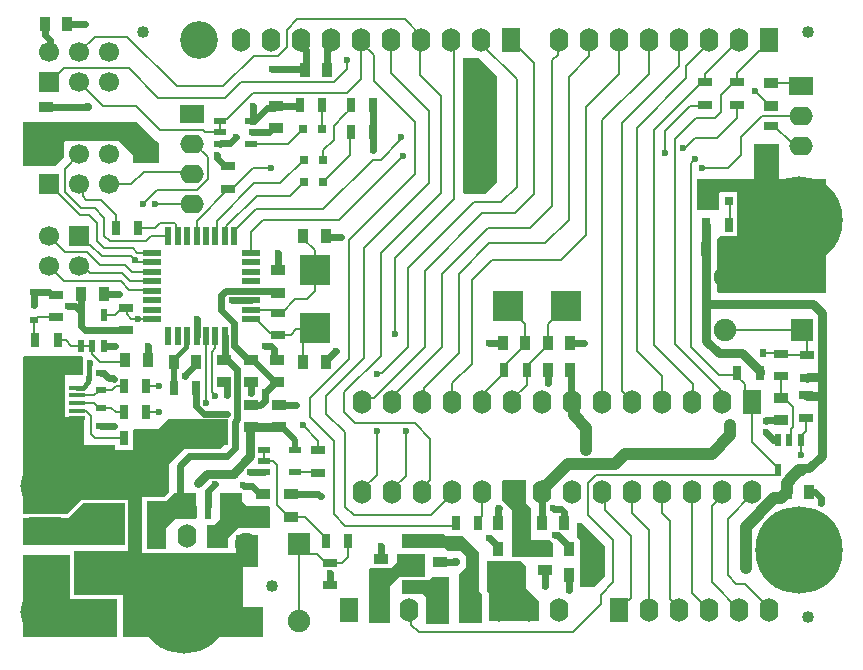
<source format=gtl>
G04*
G04 #@! TF.GenerationSoftware,Altium Limited,Altium Designer,20.1.14 (287)*
G04*
G04 Layer_Physical_Order=1*
G04 Layer_Color=255*
%FSLAX44Y44*%
%MOMM*%
G71*
G04*
G04 #@! TF.SameCoordinates,62FEBE6E-F3EC-4242-810F-CB492347D0CA*
G04*
G04*
G04 #@! TF.FilePolarity,Positive*
G04*
G01*
G75*
%ADD10C,0.2000*%
%ADD11C,0.5000*%
%ADD12C,0.4000*%
%ADD15R,0.6000X2.2000*%
%ADD16R,3.5000X2.2000*%
%ADD17R,2.5000X2.6000*%
%ADD18R,2.6000X2.5000*%
%ADD19R,1.1000X0.6000*%
%ADD20R,0.6000X1.1000*%
%ADD21R,1.6000X3.0000*%
%ADD22R,2.7000X2.0000*%
%ADD23R,0.8000X0.8000*%
%ADD24R,1.3500X0.4000*%
%ADD25R,1.4000X1.6000*%
%ADD26R,1.9000X1.9000*%
%ADD27R,1.5000X0.5500*%
%ADD28R,0.5500X1.5000*%
%ADD29R,0.6858X0.5588*%
%ADD30R,0.5588X0.6858*%
%ADD31R,1.3000X0.7000*%
%ADD32R,0.7000X1.3000*%
%ADD33R,0.9000X0.6000*%
%ADD34R,1.3000X0.9000*%
%ADD35R,0.9000X1.3000*%
%ADD63C,1.9000*%
%ADD64R,1.9000X1.9000*%
%ADD71C,1.0160*%
%ADD72C,0.6000*%
%ADD73C,1.0000*%
%ADD74C,0.8000*%
%ADD75C,3.2000*%
%ADD76C,4.0000*%
%ADD77O,1.6000X2.0000*%
%ADD78R,1.6000X2.0000*%
%ADD79C,7.4000*%
%ADD80C,1.7000*%
%ADD81R,1.7000X1.7000*%
%ADD82R,2.0000X1.6000*%
%ADD83O,2.0000X1.6000*%
G04:AMPARAMS|DCode=84|XSize=2mm|YSize=1.2mm|CornerRadius=0.3mm|HoleSize=0mm|Usage=FLASHONLY|Rotation=0.000|XOffset=0mm|YOffset=0mm|HoleType=Round|Shape=RoundedRectangle|*
%AMROUNDEDRECTD84*
21,1,2.0000,0.6000,0,0,0.0*
21,1,1.4000,1.2000,0,0,0.0*
1,1,0.6000,0.7000,-0.3000*
1,1,0.6000,-0.7000,-0.3000*
1,1,0.6000,-0.7000,0.3000*
1,1,0.6000,0.7000,0.3000*
%
%ADD84ROUNDEDRECTD84*%
%ADD85C,0.6000*%
G36*
X116000Y423000D02*
X118000Y421000D01*
Y405000D01*
X117000Y404000D01*
X96000D01*
Y411000D01*
X84000Y423000D01*
X76802D01*
X76200Y423079D01*
X75598Y423000D01*
X51402D01*
X50800Y423079D01*
X50198Y423000D01*
X39000D01*
X38000Y422000D01*
Y409000D01*
X31000Y402000D01*
X3000D01*
X3000Y439000D01*
X100000Y439000D01*
X116000Y423000D01*
D02*
G37*
G36*
X404000Y478000D02*
X404000Y388000D01*
X394051Y378051D01*
X376898Y378051D01*
X376000Y378949D01*
X376000Y493051D01*
X388949Y493051D01*
X404000Y478000D01*
D02*
G37*
G36*
X643000Y391000D02*
X683000D01*
X683000Y294000D01*
X592000Y294000D01*
X591000Y295000D01*
Y324000D01*
X591000Y340000D01*
X593000Y342000D01*
X608000Y342000D01*
Y365000D01*
Y379000D01*
Y379620D01*
X593000Y379620D01*
X592002Y378622D01*
X592001Y364000D01*
X574000Y364000D01*
Y391000D01*
X622000D01*
Y420000D01*
X643000D01*
Y391000D01*
D02*
G37*
G36*
X53485Y240079D02*
X53493Y225903D01*
X52595Y225004D01*
X39000Y225000D01*
X39000Y219000D01*
X38995D01*
Y209000D01*
Y202500D01*
Y196000D01*
Y189500D01*
X39000D01*
Y189000D01*
X55000Y189000D01*
X55000Y165000D01*
X81000Y165000D01*
Y161000D01*
X96000D01*
Y178000D01*
X97000Y179000D01*
X118000D01*
X126000Y187000D01*
X130000Y187000D01*
X150000D01*
X152336Y184664D01*
X176383D01*
Y168382D01*
X170047Y162047D01*
X143929D01*
X143695Y162000D01*
X140000D01*
X127000Y149000D01*
X127000Y141000D01*
X127000Y125840D01*
X122160Y121000D01*
X119946Y121000D01*
X108880Y121054D01*
X108599Y121000D01*
X104500Y121000D01*
Y121000D01*
X104000D01*
X104000Y74000D01*
X183000Y74000D01*
X183000Y88674D01*
X183326Y89000D01*
X202000Y89000D01*
Y62000D01*
X189000D01*
X189000Y28000D01*
X206000Y28000D01*
X206000Y3000D01*
X88000D01*
Y38000D01*
X83295D01*
X83000Y38059D01*
X46059D01*
Y72000D01*
X46000Y72295D01*
Y75348D01*
X47270Y76000D01*
X92000Y76000D01*
X92000Y80163D01*
X92059Y80459D01*
Y100704D01*
X92118Y101000D01*
X92059Y101295D01*
Y110704D01*
X92118Y111000D01*
X92059Y111295D01*
Y116000D01*
X92000Y116297D01*
X92000Y119000D01*
X89297Y119000D01*
X89000Y119059D01*
X54000Y119059D01*
X54000Y119059D01*
X53704Y119000D01*
X52000Y119000D01*
X40059Y107059D01*
X3000Y107059D01*
Y240185D01*
X3754Y240939D01*
X52586Y240976D01*
X53485Y240079D01*
D02*
G37*
G36*
X149997Y103900D02*
X149100Y103000D01*
X132000D01*
X124190Y95190D01*
Y77572D01*
X107678D01*
Y116863D01*
X108865Y117996D01*
X123922Y117922D01*
X131081Y125081D01*
X149919D01*
X149997Y103900D01*
D02*
G37*
G36*
X89000Y116000D02*
Y80459D01*
X3000D01*
Y104000D01*
X42000Y104000D01*
X54000Y116000D01*
X89000Y116000D01*
D02*
G37*
G36*
X188134Y117866D02*
X192000Y114000D01*
X211377D01*
X212457Y112919D01*
X212457Y95000D01*
X185000Y95000D01*
X177000Y87000D01*
X177000Y78898D01*
X176102Y78000D01*
X159000Y78000D01*
Y98000D01*
X165000D01*
X169973Y102973D01*
X170027Y124946D01*
X188134D01*
Y117866D01*
D02*
G37*
G36*
X429000Y116000D02*
X433512Y111488D01*
Y85000D01*
X449000Y85000D01*
X451530Y82470D01*
Y70530D01*
X417000D01*
X417000Y110000D01*
X409000Y118000D01*
Y135000D01*
X410000Y136000D01*
X429000D01*
Y116000D01*
D02*
G37*
G36*
X343000Y54000D02*
X322000Y54000D01*
X314000Y46000D01*
X314000Y15000D01*
X296000D01*
X296000Y60102D01*
X296898Y61000D01*
X315000Y61000D01*
X320000Y66000D01*
X320000Y73000D01*
X343000D01*
Y54000D01*
D02*
G37*
G36*
X361000Y88000D02*
X376000D01*
X389000Y75000D01*
X389000Y41840D01*
X392000Y38840D01*
X392000Y15000D01*
X372000Y15000D01*
Y56102D01*
X372898Y57000D01*
X373000D01*
X378000Y62000D01*
X378000Y70999D01*
X372999Y76000D01*
X362000D01*
X360000Y78000D01*
X324898Y78000D01*
X324000Y78898D01*
X324000Y90000D01*
X359000D01*
X361000Y88000D01*
D02*
G37*
G36*
X364000Y54000D02*
Y14070D01*
X344896Y14065D01*
X343998Y14963D01*
X343998Y37000D01*
X342000Y39000D01*
X324000Y39002D01*
X324000Y50941D01*
X343000Y50941D01*
X343294Y51000D01*
X347000Y50995D01*
X350000Y54000D01*
X364000Y54000D01*
D02*
G37*
G36*
X496000Y80000D02*
Y54000D01*
X486840Y44840D01*
X475000D01*
Y85000D01*
X472270Y87730D01*
Y97610D01*
X472342Y99577D01*
X476423D01*
X496000Y80000D01*
D02*
G37*
G36*
X429000Y63000D02*
Y44000D01*
X440000Y33000D01*
Y16000D01*
X398000D01*
Y40000D01*
X396000Y42000D01*
Y67000D01*
X425000D01*
X429000Y63000D01*
D02*
G37*
G36*
X43000Y35000D02*
X83000D01*
Y3000D01*
X3000D01*
Y72000D01*
X43000D01*
Y35000D01*
D02*
G37*
D10*
X280000Y429500D02*
X280500Y430000D01*
X280000Y411000D02*
Y429500D01*
X257000Y388000D02*
X280000Y411000D01*
X275081Y444581D02*
X275081D01*
X266250Y424000D02*
Y435750D01*
X275081Y444581D01*
X280500Y450000D02*
Y453000D01*
X275081Y444581D02*
X280500Y450000D01*
X196000Y420500D02*
X227500D01*
X240000Y433000D01*
X578000Y400000D02*
X600000D01*
X611000Y411000D02*
Y426103D01*
X600000Y400000D02*
X611000Y411000D01*
Y426103D02*
X628497Y443600D01*
X564574Y417574D02*
X572000Y425000D01*
X591000D02*
X608000Y442000D01*
X572000Y425000D02*
X591000D01*
X562000Y417000D02*
X562574Y417574D01*
X564574D01*
X608000Y442000D02*
Y453500D01*
X569000Y248000D02*
X592000Y225000D01*
X571594Y406930D02*
Y407594D01*
X569000Y404336D02*
X571594Y406930D01*
X569000Y248000D02*
Y404336D01*
X266000Y107000D02*
X276000Y97000D01*
X367500D01*
X266000Y107000D02*
Y169000D01*
X408000Y371000D02*
X421000Y384000D01*
X391160Y504840D02*
X421000Y475000D01*
Y384000D02*
Y475000D01*
X385000Y371000D02*
X408000D01*
X398000Y336000D02*
X445000D01*
X465000Y356000D02*
Y477000D01*
X445000Y336000D02*
X465000Y356000D01*
X432000Y349000D02*
X451000Y368000D01*
Y491000D02*
X455761Y495761D01*
X451000Y368000D02*
Y491000D01*
X436000Y378000D02*
Y488560D01*
X419500Y361500D02*
X436000Y378000D01*
X416560Y508000D02*
X436000Y488560D01*
X260000Y207000D02*
X292000Y239000D01*
Y332000D02*
X347000Y387000D01*
X292000Y239000D02*
Y332000D01*
X329000Y248000D02*
Y315000D01*
X303000Y225750D02*
X303428Y226178D01*
X307178D01*
X329000Y248000D01*
X343000D02*
Y313000D01*
X290450Y201930D02*
X294049Y205529D01*
X300529D01*
X343000Y248000D01*
X315850Y205850D02*
X358000Y248000D01*
X315850Y201930D02*
Y205850D01*
X358000Y248000D02*
Y310000D01*
X372000Y243000D02*
Y310000D01*
X341250Y201930D02*
X342929Y203609D01*
Y213929D01*
X372000Y243000D01*
X318000Y324000D02*
X368000Y374000D01*
X365760Y508000D02*
X368000Y505760D01*
Y374000D02*
Y505760D01*
X391500Y361500D02*
X419500D01*
X397000Y349000D02*
X432000D01*
X480000Y343250D02*
Y451500D01*
X458750Y322000D02*
X480000Y343250D01*
Y451500D02*
X508000Y479500D01*
X465000Y477000D02*
X482600Y494600D01*
X275000Y210000D02*
X306000Y241000D01*
X275000Y193000D02*
Y210000D01*
X306000Y241000D02*
Y328000D01*
X275000Y193000D02*
X284000Y184000D01*
X334750D01*
X276000Y113000D02*
Y176000D01*
X260000Y192000D02*
Y207000D01*
Y192000D02*
X276000Y176000D01*
X246000Y189000D02*
Y205000D01*
X279250Y238250D02*
Y339250D01*
X246000Y205000D02*
X279250Y238250D01*
X283000Y106000D02*
X348920D01*
X276000Y113000D02*
X283000Y106000D01*
X246000Y189000D02*
X266000Y169000D01*
X391160Y504840D02*
Y508000D01*
X329000Y315000D02*
X385000Y371000D01*
X253000Y161000D02*
Y169000D01*
X240000Y182000D02*
X253000Y169000D01*
X347000Y387000D02*
Y448000D01*
X335000Y395000D02*
Y439000D01*
X279250Y339250D02*
X335000Y395000D01*
X343000Y313000D02*
X391500Y361500D01*
X358000Y310000D02*
X397000Y349000D01*
X366650Y217650D02*
X383000Y234000D01*
Y305000D02*
X400000Y322000D01*
X383000Y234000D02*
Y305000D01*
X372000Y310000D02*
X398000Y336000D01*
X366650Y201930D02*
Y217650D01*
X318000Y259000D02*
Y324000D01*
X357000Y379000D02*
Y461000D01*
X306000Y328000D02*
X357000Y379000D01*
X400000Y322000D02*
X458750D01*
X482600Y494600D02*
Y508000D01*
X455761Y506561D02*
X457200Y508000D01*
X455761Y495761D02*
Y506561D01*
X339500Y478500D02*
X357000Y461000D01*
X339500Y478500D02*
Y507140D01*
X314960Y480040D02*
Y508000D01*
Y480040D02*
X347000Y448000D01*
X334750Y184000D02*
X348000Y170750D01*
X341250Y125730D02*
Y129237D01*
X348000Y135987D02*
Y170750D01*
X341250Y129237D02*
X348000Y135987D01*
X367500Y97000D02*
X369500Y99000D01*
X348920Y106000D02*
X366650Y123730D01*
X289560Y475310D02*
Y506000D01*
Y508000D01*
X206000Y356000D02*
X271000D01*
X318007Y403007D02*
Y403007D01*
X271000Y356000D02*
X318007Y403007D01*
Y403007D02*
X325000Y410000D01*
X306000Y407000D02*
X322426Y423426D01*
Y425426D02*
X323000Y426000D01*
X322426Y423426D02*
Y425426D01*
X299000Y407000D02*
X306000D01*
X300000Y474000D02*
X335000Y439000D01*
X300000Y474000D02*
Y495560D01*
X289560Y506000D02*
X300000Y495560D01*
X614400Y48000D02*
X635000Y27400D01*
X600000Y55000D02*
X607000Y48000D01*
X614400D01*
X600000Y55000D02*
Y103080D01*
X629692Y243000D02*
X643500D01*
X645000Y241500D02*
X650000D01*
X643500Y243000D02*
X645000Y241500D01*
X629192Y243500D02*
X629692Y243000D01*
X537000Y250000D02*
X569963Y217037D01*
Y202043D02*
Y217037D01*
X537000Y250000D02*
Y432137D01*
X597500Y262500D02*
X662250D01*
X650000Y241500D02*
X667000D01*
Y257750D01*
X662250Y262500D02*
X667000Y257750D01*
X642500Y141500D02*
Y146500D01*
X620650Y167613D02*
Y201930D01*
X641000Y148000D02*
X642500Y146500D01*
X620650Y167613D02*
X640263Y148000D01*
X641000D01*
Y140000D02*
X642500Y141500D01*
X488000Y140000D02*
X641000D01*
X661780Y157280D02*
Y172780D01*
X666000Y177000D01*
Y188500D01*
X661780Y157280D02*
X662061Y157000D01*
X652000Y170000D02*
X653500Y171500D01*
Y179050D01*
X655000Y180550D01*
Y197500D01*
X647000Y205500D02*
X655000Y197500D01*
X645000Y205500D02*
X647000D01*
X645000D02*
Y223500D01*
X592000Y225000D02*
X606000D01*
X555500Y250500D02*
Y424500D01*
X592821Y204359D02*
X595250Y201930D01*
X592821Y204359D02*
Y213179D01*
X555500Y250500D02*
X592821Y213179D01*
X569850Y201930D02*
X569963Y202043D01*
X600000Y103080D02*
X620650Y123730D01*
X586000Y49000D02*
X609600Y25400D01*
X586000Y113788D02*
X595250Y123038D01*
X586000Y49000D02*
Y113788D01*
X595250Y123038D02*
Y125730D01*
X569850Y39750D02*
X584200Y25400D01*
X569850Y39750D02*
Y125730D01*
X544450Y107550D02*
X551000Y101000D01*
Y34792D02*
Y101000D01*
X558800Y25400D02*
Y26992D01*
X551000Y34792D02*
X558800Y26992D01*
X544450Y107550D02*
Y125730D01*
X481500Y133500D02*
X488000Y140000D01*
X469000Y7000D02*
X492760Y30760D01*
Y38760D02*
X503000Y49000D01*
X492760Y30760D02*
Y38760D01*
X496000Y110000D02*
X518000Y88000D01*
X508000Y25400D02*
Y27400D01*
X514500Y33900D01*
X516243D01*
X518000Y35657D01*
Y88000D01*
X533400Y25400D02*
Y93600D01*
X519050Y107950D02*
Y125730D01*
Y107950D02*
X533400Y93600D01*
X503000Y49000D02*
Y85000D01*
X481500Y106500D02*
Y133500D01*
Y106500D02*
X503000Y85000D01*
X496000Y110000D02*
Y123380D01*
X338000Y7000D02*
X469000D01*
X330200Y25400D02*
X331739Y23861D01*
Y13261D02*
Y23861D01*
Y13261D02*
X338000Y7000D01*
X65750Y338250D02*
Y353500D01*
X72000Y332000D02*
X96000D01*
X65750Y338250D02*
X72000Y332000D01*
X57800Y335000D02*
X60000D01*
X69679Y325321D02*
X94729D01*
X60000Y335000D02*
X69679Y325321D01*
X89071Y318000D02*
X95321Y311750D01*
X57400Y328600D02*
X68000Y318000D01*
X89071D01*
X38800Y328600D02*
X57400D01*
X87000Y311000D02*
X94000Y304000D01*
X59557Y311000D02*
X87000D01*
X50800Y316600D02*
X53957D01*
X59557Y311000D01*
X94000Y304000D02*
X112000D01*
X95321Y311750D02*
X111750D01*
X96000Y332000D02*
X100000Y328000D01*
X107500Y338000D02*
X111500Y342000D01*
X71750Y342750D02*
X76500Y338000D01*
X107500D01*
X196000Y328000D02*
Y346000D01*
X206000Y356000D01*
X182000Y342000D02*
Y346750D01*
X200250Y365000D02*
X257000D01*
X182000Y346750D02*
X200250Y365000D01*
X257000D02*
X299000Y407000D01*
X175250Y350450D02*
X200800Y376000D01*
X229000D02*
X241000Y388000D01*
X200800Y376000D02*
X229000D01*
X221000Y387000D02*
X241000Y407000D01*
X167250Y355250D02*
X199000Y387000D01*
X221000D01*
X98730Y452270D02*
X118900Y432100D01*
X155050D01*
X70970Y452270D02*
X98730D01*
X50800Y472440D02*
X70970Y452270D01*
X198000Y463000D02*
X277250D01*
X170000Y439500D02*
X171500Y441000D01*
X176000D01*
X198000Y463000D01*
X92560Y484440D02*
X117780Y459220D01*
X174149D02*
X187929Y473000D01*
X117780Y459220D02*
X174149D01*
X37400Y484440D02*
X92560D01*
X91000Y511250D02*
X133250Y469000D01*
X172750D02*
X198250Y494500D01*
X133250Y469000D02*
X172750D01*
X187929Y473000D02*
X266450D01*
X277000Y483550D01*
X170000Y430000D02*
Y438750D01*
X277250Y463000D02*
X289560Y475310D01*
X163000Y244250D02*
X166000Y247250D01*
X165500Y207250D02*
Y208007D01*
X163000Y210507D02*
X165500Y208007D01*
X163000Y210507D02*
Y244250D01*
X547000Y413000D02*
Y431000D01*
X623000Y465000D02*
X635750Y452250D01*
X555500Y424500D02*
X573025Y442025D01*
X589000D01*
X547000Y431000D02*
X568193Y452193D01*
X537000Y432137D02*
X575250Y470387D01*
Y470500D01*
X577250Y472500D01*
X197500Y400000D02*
X213000D01*
X180000Y382500D02*
X197500Y400000D01*
X167250Y343250D02*
Y355250D01*
X523000Y245000D02*
Y434000D01*
X564750Y475750D01*
X523000Y245000D02*
X544450Y223550D01*
X510000Y210980D02*
X519050Y201930D01*
X510000Y438000D02*
X558250Y486250D01*
X510000Y210980D02*
Y438000D01*
X594000Y446908D02*
Y461500D01*
X589000Y442025D02*
X593883Y446908D01*
X594000D01*
Y461500D02*
X605000Y472500D01*
X608000D01*
X628497Y443600D02*
X662000D01*
X568193Y452193D02*
X578943D01*
X577250Y472500D02*
X580250D01*
X564750Y475750D02*
Y486550D01*
X558250Y486250D02*
Y507450D01*
X578943Y452193D02*
X580250Y453500D01*
X544450Y201930D02*
Y223550D01*
X157150Y430000D02*
X170000D01*
X155050Y432100D02*
X157150Y430000D01*
X175250Y343250D02*
Y350450D01*
X166000Y342000D02*
X167250Y343250D01*
X174000Y342000D02*
X175250Y343250D01*
X177000Y381750D02*
Y382500D01*
X180000D01*
X277000Y483550D02*
Y491250D01*
X218000Y114500D02*
Y148500D01*
Y114500D02*
X228000Y104500D01*
X214750Y151750D02*
X218000Y148500D01*
X64250Y171000D02*
X88500D01*
X60250Y175000D02*
X64250Y171000D01*
X60250Y175000D02*
Y190195D01*
X48745Y194500D02*
X49245Y194000D01*
X56445D01*
X60250Y190195D01*
X88500Y171000D02*
Y174000D01*
X159500Y390437D02*
Y409100D01*
X148000Y420600D02*
X159500Y409100D01*
X150363Y381300D02*
X159500Y390437D01*
X620650Y123730D02*
Y125730D01*
X94729Y325321D02*
X97992Y322058D01*
X116800Y381300D02*
X150363D01*
X104750Y369250D02*
X116800Y381300D01*
X146000Y420600D02*
X148000D01*
X144700Y396500D02*
X146000Y395200D01*
X76200Y386080D02*
X94830D01*
X105250Y396500D02*
X144700D01*
X94830Y386080D02*
X105250Y396500D01*
X131250Y353750D02*
X132750Y352250D01*
X150000Y354750D02*
X177000Y381750D01*
X114800Y369800D02*
X146000D01*
X150000Y342000D02*
Y354750D01*
X132750Y343250D02*
Y352250D01*
X119250Y353750D02*
X131250D01*
X114750Y369750D02*
X114800Y369800D01*
X86250Y280750D02*
X90750D01*
X71250Y275500D02*
X81000D01*
X86250Y280750D01*
X100160Y272000D02*
X112000D01*
X94750D02*
X100160D01*
X48745Y194500D02*
X48745Y194500D01*
X233000Y142500D02*
X233250Y142250D01*
X252750D01*
X253000Y142000D01*
X207000Y152000D02*
Y161500D01*
Y152000D02*
X207250Y151750D01*
X214750D01*
X228000Y104500D02*
X230000D01*
X242000D02*
X259500Y87000D01*
X230000Y104500D02*
X242000D01*
X259500Y84000D02*
Y87000D01*
X278500Y70750D02*
Y84000D01*
X273250Y65500D02*
X278500Y70750D01*
X263000Y65500D02*
X273250D01*
X278500Y84000D02*
X279500Y83000D01*
X260000Y65500D02*
X263000D01*
X236500Y81500D02*
X244500Y73500D01*
X252000D01*
X260000Y65500D01*
X236500Y16500D02*
Y81500D01*
X392050Y105550D02*
Y125730D01*
X388500Y102000D02*
X392050Y105550D01*
X388500Y99000D02*
Y102000D01*
X158000Y201250D02*
Y258000D01*
X107500Y193000D02*
X118500D01*
X107500Y215000D02*
X118250D01*
X67500Y196750D02*
X68750Y195500D01*
X69000D01*
X81490Y193000D02*
X88500D01*
X69000Y196750D02*
X77740D01*
X81490Y193000D01*
X87250Y215000D02*
X88500Y213750D01*
X66250Y210500D02*
X69000D01*
X81490Y215000D02*
X87250D01*
X69000Y211750D02*
X78240D01*
X81490Y215000D01*
X88500Y193000D02*
Y194750D01*
X86500Y196750D02*
X88500Y194750D01*
X166000Y247250D02*
Y258000D01*
X48745Y201000D02*
X63250D01*
X67500Y196750D01*
X69000D01*
X48745Y207500D02*
X63250D01*
X66250Y210500D01*
X32500Y254000D02*
X39510D01*
X44010Y249500D02*
X52250D01*
X39510Y254000D02*
X44010Y249500D01*
X52250D02*
X61750D01*
Y242750D02*
Y249500D01*
X68500Y236000D02*
X89500D01*
X61750Y242750D02*
X68500Y236000D01*
X12000Y270808D02*
X12750Y270058D01*
Y254750D02*
Y270058D01*
Y254750D02*
X13500Y254000D01*
X15327Y273500D02*
X31000D01*
X12635Y270808D02*
X15327Y273500D01*
X12000Y270808D02*
X12635D01*
X90750Y276000D02*
Y280750D01*
Y276000D02*
X94750Y272000D01*
X234500Y263250D02*
X244250D01*
X240500Y236000D02*
Y259500D01*
X244250Y263250D01*
X219000Y258500D02*
X229750D01*
X234500Y263250D01*
X196000Y272000D02*
X200750D01*
X212250Y260500D01*
X217000D01*
X219000Y258500D01*
X250000Y313500D02*
Y330500D01*
X240500Y340000D02*
X250000Y330500D01*
X240500Y340000D02*
Y342000D01*
X250000Y295500D02*
Y313500D01*
X243750Y289250D02*
X250000Y295500D01*
X233750Y289250D02*
X243750D01*
X219000Y277500D02*
X222000D01*
X233750Y289250D01*
X196000Y280000D02*
X213500D01*
X216000Y277500D01*
X219000D01*
X257000Y407000D02*
Y414750D01*
X266250Y424000D01*
X256250Y452750D02*
X256500Y453000D01*
X256250Y433250D02*
Y452750D01*
X256000Y433000D02*
X256250Y433250D01*
X111450Y296550D02*
X112000Y296000D01*
X93000Y296550D02*
X111450D01*
X85650Y303900D02*
X93000Y296550D01*
X111750Y311750D02*
X112000Y312000D01*
X38100Y303900D02*
X85650D01*
X25400Y316600D02*
X38100Y303900D01*
X99750Y320300D02*
X111700D01*
X100000Y328000D02*
X112000D01*
X71750Y342750D02*
Y358000D01*
X111700Y320300D02*
X112000Y320000D01*
X25400Y342000D02*
X38800Y328600D01*
X50800Y342000D02*
X57800Y335000D01*
X59250Y360000D02*
X65750Y353500D01*
X38800Y379751D02*
Y399480D01*
X52551Y366000D02*
X63750D01*
X38800Y379751D02*
X52551Y366000D01*
X25400Y386080D02*
X51480Y360000D01*
X59250D01*
X63750Y366000D02*
X71750Y358000D01*
X53479Y376021D02*
Y383401D01*
X56500Y373000D02*
X68750D01*
X81500Y349000D02*
Y360250D01*
X50800Y386080D02*
X53479Y383401D01*
Y376021D02*
X56500Y373000D01*
X68750D02*
X81500Y360250D01*
X132750Y343250D02*
X134000Y342000D01*
X100500Y349000D02*
X114500D01*
X119250Y353750D01*
X111500Y342000D02*
X126000D01*
X38800Y399480D02*
X50800Y411480D01*
X339500Y507140D02*
X340360Y508000D01*
Y511640D01*
X326250Y525750D02*
X340360Y511640D01*
X198250Y494500D02*
X219000D01*
X226500Y517000D02*
X235250Y525750D01*
X326250D01*
X226500Y502000D02*
Y517000D01*
X219000Y494500D02*
X226500Y502000D01*
X64210Y511250D02*
X91000D01*
X25400Y472440D02*
X37400Y484440D01*
X50800Y497840D02*
X64210Y511250D01*
X429500Y215980D02*
Y229000D01*
X417450Y203930D02*
X429500Y215980D01*
X417450Y201930D02*
Y203930D01*
X447500Y250000D02*
Y252000D01*
X429500Y232000D02*
X447500Y250000D01*
X429500Y229000D02*
Y232000D01*
X462500Y282500D02*
Y283000D01*
X447500Y267500D02*
X462500Y282500D01*
X447500Y252000D02*
Y267500D01*
X410500Y226000D02*
Y229000D01*
X394537Y210037D02*
X410500Y226000D01*
X394537Y204417D02*
Y210037D01*
X392050Y201930D02*
X394537Y204417D01*
X428500Y250000D02*
Y252000D01*
X410500Y232000D02*
X428500Y250000D01*
X410500Y229000D02*
Y232000D01*
X413500Y282500D02*
Y283000D01*
Y282500D02*
X428500Y267500D01*
Y252000D02*
Y267500D01*
X650000Y241500D02*
X650000Y241500D01*
X601000Y372000D02*
X601250Y371750D01*
Y352250D02*
Y371750D01*
Y352250D02*
X601500Y352000D01*
X636000Y435500D02*
X639000D01*
X653813Y420687D01*
X659513D01*
X662000Y418200D01*
X636000Y471500D02*
X659500D01*
X662000Y469000D01*
X614150Y208430D02*
X620650Y201930D01*
X614150Y208430D02*
Y216850D01*
X606000Y225000D02*
X614150Y216850D01*
X635750Y452250D02*
X636000Y452500D01*
X315850Y125730D02*
Y127730D01*
X327500Y139380D01*
Y177000D01*
X290450Y125730D02*
Y127730D01*
X302750Y140030D01*
Y177250D01*
X366650Y123730D02*
Y125730D01*
X635000Y25400D02*
Y27400D01*
X493650Y125730D02*
X496000Y123380D01*
X508000Y479500D02*
Y508000D01*
X608000Y472500D02*
Y480500D01*
X627000Y499500D01*
X628500D01*
X635000Y506000D01*
Y508000D01*
X609250D02*
X609600D01*
X580250Y472500D02*
X580363Y472613D01*
Y479113D01*
X609250Y508000D01*
X564750Y486550D02*
X584200Y506000D01*
Y508000D01*
X558250Y507450D02*
X558800Y508000D01*
X493650Y440150D02*
X533400Y479900D01*
Y508000D01*
X493650Y201930D02*
Y440150D01*
D11*
X130500Y214000D02*
Y236000D01*
X220000Y180500D02*
X222000D01*
X233000Y161500D02*
Y169500D01*
X222000Y180500D02*
X233000Y169500D01*
D12*
X58621Y221133D02*
Y232830D01*
X59500Y234250D02*
X59617Y234133D01*
X58621Y232830D02*
X59617Y233826D01*
Y234133D01*
X48745Y214000D02*
X53495D01*
X58239Y218743D01*
X130500Y236000D02*
X130500Y236000D01*
X141250Y257250D02*
X142000Y258000D01*
X141250Y248750D02*
Y257250D01*
X130500Y238000D02*
X141250Y248750D01*
X130500Y236000D02*
Y238000D01*
D15*
X134600Y114000D02*
D03*
X147300D02*
D03*
X160000D02*
D03*
X172700D02*
D03*
X185400D02*
D03*
D16*
X160000Y176000D02*
D03*
D17*
X462500Y283000D02*
D03*
X413500D02*
D03*
D18*
X250000Y264500D02*
D03*
Y313500D02*
D03*
D19*
X170000Y439500D02*
D03*
Y430000D02*
D03*
Y420500D02*
D03*
X196000Y439500D02*
D03*
Y420500D02*
D03*
X207000Y161500D02*
D03*
Y152000D02*
D03*
Y142500D02*
D03*
X233000Y161500D02*
D03*
Y142500D02*
D03*
D20*
X52250Y249500D02*
D03*
X61750D02*
D03*
X71250D02*
D03*
X52250Y275500D02*
D03*
X71250D02*
D03*
X661500Y170000D02*
D03*
X652000D02*
D03*
X642500D02*
D03*
X661500Y144000D02*
D03*
X642500D02*
D03*
D21*
X72000Y136500D02*
D03*
Y95500D02*
D03*
Y61000D02*
D03*
Y20000D02*
D03*
D22*
X22000Y94000D02*
D03*
Y62000D02*
D03*
D23*
X601000Y372000D02*
D03*
X585000D02*
D03*
X256000Y433000D02*
D03*
X240000D02*
D03*
X257000Y407000D02*
D03*
X241000D02*
D03*
X257000Y388000D02*
D03*
X241000D02*
D03*
D24*
X48745Y188000D02*
D03*
Y207500D02*
D03*
Y201000D02*
D03*
Y194500D02*
D03*
Y214000D02*
D03*
D25*
X46495Y169000D02*
D03*
Y233000D02*
D03*
D26*
X21995Y189000D02*
D03*
Y213000D02*
D03*
X236500Y81500D02*
D03*
D27*
X196000Y272000D02*
D03*
Y280000D02*
D03*
Y288000D02*
D03*
Y296000D02*
D03*
Y304000D02*
D03*
Y312000D02*
D03*
Y320000D02*
D03*
Y328000D02*
D03*
X112000D02*
D03*
Y320000D02*
D03*
Y312000D02*
D03*
Y304000D02*
D03*
Y296000D02*
D03*
Y288000D02*
D03*
Y280000D02*
D03*
Y272000D02*
D03*
D28*
X182000Y342000D02*
D03*
X174000D02*
D03*
X166000D02*
D03*
X158000D02*
D03*
X150000D02*
D03*
X142000D02*
D03*
X134000D02*
D03*
X126000D02*
D03*
Y258000D02*
D03*
X134000D02*
D03*
X142000D02*
D03*
X150000D02*
D03*
X158000D02*
D03*
X166000D02*
D03*
X174000D02*
D03*
X182000D02*
D03*
D29*
X12000Y295192D02*
D03*
Y270808D02*
D03*
D30*
X604808Y243500D02*
D03*
X629192D02*
D03*
D31*
X177000Y382500D02*
D03*
Y401500D02*
D03*
X90000Y281500D02*
D03*
Y262500D02*
D03*
X219000Y258500D02*
D03*
Y277500D02*
D03*
X608000Y453500D02*
D03*
Y472500D02*
D03*
X580250Y453500D02*
D03*
Y472500D02*
D03*
X636000Y416500D02*
D03*
Y435500D02*
D03*
X666000Y188500D02*
D03*
Y207500D02*
D03*
X31000Y273500D02*
D03*
Y292500D02*
D03*
X667000Y241500D02*
D03*
Y222500D02*
D03*
X263000Y65500D02*
D03*
Y46500D02*
D03*
X253000Y142000D02*
D03*
Y161000D02*
D03*
X645000Y242500D02*
D03*
Y223500D02*
D03*
X331000Y84500D02*
D03*
Y65500D02*
D03*
Y65500D02*
D03*
Y46500D02*
D03*
D32*
X280500Y453000D02*
D03*
X299500D02*
D03*
X280500Y430000D02*
D03*
X299500D02*
D03*
X100500Y349000D02*
D03*
X81500D02*
D03*
X88500Y215000D02*
D03*
X107500D02*
D03*
X88500Y193000D02*
D03*
X107500D02*
D03*
X88500Y171000D02*
D03*
X107500D02*
D03*
X388500Y99000D02*
D03*
X369500D02*
D03*
X607750Y226250D02*
D03*
X626750D02*
D03*
X256500Y453000D02*
D03*
X237500D02*
D03*
X429500Y229000D02*
D03*
X410500D02*
D03*
X600500Y352000D02*
D03*
X581500D02*
D03*
X13500Y254000D02*
D03*
X32500D02*
D03*
X278500Y84000D02*
D03*
X259500D02*
D03*
X130500Y214000D02*
D03*
X149500D02*
D03*
D33*
X69000Y211750D02*
D03*
Y226750D02*
D03*
Y196750D02*
D03*
Y181750D02*
D03*
D34*
X218000Y237500D02*
D03*
Y218500D02*
D03*
X196000Y218500D02*
D03*
Y237500D02*
D03*
X219000Y313500D02*
D03*
Y294500D02*
D03*
X173000Y218500D02*
D03*
Y237500D02*
D03*
X22750Y451750D02*
D03*
Y432750D02*
D03*
X636000Y452500D02*
D03*
Y471500D02*
D03*
X114000Y132500D02*
D03*
Y113500D02*
D03*
X206000Y123500D02*
D03*
Y104500D02*
D03*
X306000Y69000D02*
D03*
Y50000D02*
D03*
X356000Y66500D02*
D03*
Y47500D02*
D03*
X217000Y433500D02*
D03*
Y452500D02*
D03*
X220000Y199500D02*
D03*
Y180500D02*
D03*
X645000Y186500D02*
D03*
Y205500D02*
D03*
X230000Y123500D02*
D03*
Y104500D02*
D03*
X196000Y180500D02*
D03*
Y199500D02*
D03*
X445000Y59500D02*
D03*
Y78500D02*
D03*
D35*
X149500Y236000D02*
D03*
X130500D02*
D03*
X259500Y342000D02*
D03*
X240500D02*
D03*
X259500Y236000D02*
D03*
X240500D02*
D03*
X400500Y50000D02*
D03*
X381500D02*
D03*
X40500Y522000D02*
D03*
X21500D02*
D03*
X465500Y77000D02*
D03*
X484500D02*
D03*
X447500Y229000D02*
D03*
X466500D02*
D03*
X241500Y483000D02*
D03*
X260500D02*
D03*
X405500Y77000D02*
D03*
X424500D02*
D03*
X405500Y99000D02*
D03*
X424500D02*
D03*
X442500D02*
D03*
X461500D02*
D03*
X409500Y252000D02*
D03*
X428500D02*
D03*
X466500D02*
D03*
X447500D02*
D03*
X668500Y126000D02*
D03*
X649500D02*
D03*
X71500Y293250D02*
D03*
X52500D02*
D03*
X108500Y237000D02*
D03*
X89500D02*
D03*
X600500Y331000D02*
D03*
X581500D02*
D03*
X465500Y55000D02*
D03*
X484500D02*
D03*
D63*
X597500Y262500D02*
D03*
Y307500D02*
D03*
X662500D02*
D03*
X236500Y16500D02*
D03*
X191500D02*
D03*
Y81500D02*
D03*
D64*
X662500Y262500D02*
D03*
D71*
X214000Y46000D02*
D03*
X668000Y20000D02*
D03*
X105000Y515000D02*
D03*
X668000D02*
D03*
D72*
X299000Y415000D02*
Y429500D01*
X299000Y429500D02*
X299000Y429500D01*
X299500Y430000D02*
Y453000D01*
X299000Y429500D02*
X299500Y430000D01*
X40500Y522000D02*
X55750D01*
X52375Y275625D02*
Y293125D01*
X47250Y283000D02*
X52250Y278000D01*
X41160Y283000D02*
X47250D01*
X25308Y295192D02*
X28000Y292500D01*
X12000Y295192D02*
X25308D01*
X28000Y292500D02*
X31000D01*
X260500Y499634D02*
X264160Y503294D01*
X260500Y483000D02*
Y499634D01*
X264160Y503294D02*
Y508000D01*
X215500Y451000D02*
X217000Y452500D01*
X210000Y451000D02*
X215500D01*
X198500Y439500D02*
X210000Y451000D01*
X197000Y430000D02*
X211500D01*
X215000Y433500D02*
X217000D01*
X211500Y430000D02*
X215000Y433500D01*
X259500Y237000D02*
X267780Y245280D01*
X259500Y236000D02*
Y237000D01*
X679000Y116000D02*
Y120265D01*
X673265Y126000D02*
X679000Y120265D01*
X668500Y126000D02*
X673265D01*
X632000Y176000D02*
X638000Y170000D01*
X632500Y186500D02*
X645000D01*
X632000Y186000D02*
X632500Y186500D01*
X445000Y59500D02*
X445250Y59250D01*
Y46000D02*
Y59250D01*
X306000Y69000D02*
Y80000D01*
X238500Y503554D02*
Y507740D01*
Y503554D02*
X242324Y499730D01*
Y483824D02*
Y499730D01*
X241500Y483000D02*
X242324Y483824D01*
X171000Y280000D02*
X182000Y269000D01*
X174515Y296000D02*
X196000D01*
X171000Y280000D02*
Y292485D01*
X174515Y296000D01*
X182000Y258000D02*
Y269000D01*
Y249500D02*
Y258000D01*
Y249500D02*
X194000Y237500D01*
X196000D01*
X196000Y296000D02*
X217342D01*
X218842Y294500D01*
X207592Y202750D02*
Y209750D01*
X214592Y219750D02*
X216092Y218250D01*
X196000Y237500D02*
X196250Y237250D01*
X208182Y210340D02*
X216092Y218250D01*
X196432Y198910D02*
X203752D01*
X207840Y209998D02*
Y210340D01*
X218842Y294500D02*
X219000D01*
X198092Y237250D02*
X214592Y220750D01*
X196000Y199500D02*
X196432Y198910D01*
X207592Y209750D02*
X207840Y209998D01*
X214592Y219750D02*
Y220750D01*
X207840Y210340D02*
X208182D01*
X203752Y198910D02*
X207592Y202750D01*
X196250Y237250D02*
X198092D01*
X149500Y198436D02*
Y214000D01*
X155936Y192000D02*
X176000D01*
X149500Y198436D02*
X155936Y192000D01*
X176000Y208000D02*
Y217000D01*
X174000Y218500D02*
X174500D01*
X176000Y217000D01*
X160000Y114000D02*
Y126750D01*
X165250Y132000D01*
X182500Y162929D02*
Y185071D01*
X184500Y187071D01*
X175500Y155929D02*
X182500Y162929D01*
X136000Y123400D02*
Y148000D01*
X143929Y155929D01*
X175500D01*
X184500Y187071D02*
Y227660D01*
X134600Y122000D02*
X136000Y123400D01*
X134600Y114000D02*
Y122000D01*
X174000Y237500D02*
X176000D01*
X167383Y408117D02*
Y410617D01*
X183209Y426000D02*
X183750D01*
X442500Y99000D02*
X442675Y99175D01*
X466500Y229000D02*
X467375Y228125D01*
X465500Y55000D02*
X465625Y54875D01*
X55750Y262500D02*
X90000D01*
X398250Y86250D02*
X405500Y79000D01*
X189883Y130867D02*
X196633D01*
X466500Y252000D02*
X478000D01*
X259500Y342000D02*
X259750Y341750D01*
X75540Y221710D02*
X79617D01*
X254459Y122000D02*
X255000D01*
X237000Y452500D02*
X237500Y453000D01*
X149500Y234000D02*
Y236000D01*
X174000Y237500D02*
Y258000D01*
X447500Y217750D02*
Y229000D01*
X219000Y199500D02*
X219000Y199500D01*
X22750Y451750D02*
X57750D01*
X208383Y248867D02*
X213133D01*
X108500Y237000D02*
X108500Y237000D01*
X167000Y411000D02*
X167383Y410617D01*
X52250Y275500D02*
Y278000D01*
X178709Y421500D02*
X183209Y426000D01*
X71750Y293000D02*
X84000D01*
X398000Y86250D02*
X398250D01*
X189500Y131250D02*
X189883Y130867D01*
X240500Y484000D02*
X241500Y483000D01*
X263250Y46750D02*
Y57000D01*
X465500Y77000D02*
Y79000D01*
X252959Y123500D02*
X254459Y122000D01*
X217000Y452500D02*
X237000D01*
X140000Y224500D02*
X149500Y234000D01*
X197617Y451617D02*
X198000Y452000D01*
X215500Y240000D02*
X218000Y237500D01*
X208000Y249250D02*
X208383Y248867D01*
X465625Y42625D02*
X465750Y42500D01*
X52250Y266000D02*
Y275500D01*
X204000Y123500D02*
X206000D01*
X171000Y421500D02*
X178709D01*
X71500Y293250D02*
X71750Y293000D01*
X409250Y251750D02*
X409500Y252000D01*
X179750Y288000D02*
X196000D01*
X214000Y484000D02*
X240500D01*
X174000Y401500D02*
X177000D01*
X196000Y209000D02*
Y218500D01*
X263000Y46500D02*
X263250Y46750D01*
X230000Y123500D02*
X252959D01*
X150000Y258000D02*
Y272250D01*
X219000Y313500D02*
Y328250D01*
X140000Y224160D02*
Y224500D01*
X197617Y440500D02*
Y451617D01*
X405500Y111682D02*
X405648Y111830D01*
X215500Y240000D02*
Y246500D01*
X467375Y202805D02*
Y228125D01*
X465625Y42625D02*
Y54875D01*
X52250Y266000D02*
X55750Y262500D01*
X405500Y77000D02*
Y79000D01*
X196633Y130867D02*
X204000Y123500D01*
X170000Y420500D02*
X171000Y421500D01*
X71250Y249500D02*
X80750D01*
X330750Y65250D02*
X331000Y65500D01*
X52375Y293125D02*
X52500Y293250D01*
X397750Y251750D02*
X409250D01*
X259750Y341750D02*
X272000D01*
X179750Y288000D02*
X179750Y288000D01*
X79617Y221710D02*
X80000Y221327D01*
X167383Y408117D02*
X174000Y401500D01*
X12000Y284000D02*
Y295192D01*
X195000Y142500D02*
X207000D01*
X442675Y99175D02*
Y125555D01*
X452000Y111830D02*
X452383Y111447D01*
X150000Y258000D02*
X150000Y258000D01*
X447500Y229000D02*
X447500Y229000D01*
X219000Y199500D02*
X234000D01*
X57750Y451750D02*
X58000Y452000D01*
X196617Y439500D02*
X197617Y440500D01*
X405500Y99000D02*
Y111682D01*
X213133Y248867D02*
X215500Y246500D01*
X108500Y237000D02*
Y249500D01*
X452383Y111447D02*
X458709D01*
X21750Y512250D02*
X25750Y508250D01*
X69000Y226750D02*
X70500D01*
X78500Y181750D02*
X79750D01*
X356000Y66500D02*
X369623D01*
X25400Y497840D02*
X25750Y498190D01*
X21750Y512250D02*
Y521750D01*
X70500Y226750D02*
X75540Y221710D01*
X455660Y88840D02*
X465500Y79000D01*
X458709Y111447D02*
X461500Y108657D01*
X25750Y498190D02*
Y508250D01*
X196617Y439500D02*
X198500D01*
X369623Y66500D02*
X370006Y66883D01*
X184160Y228000D02*
X184500Y227660D01*
X69000Y181750D02*
X78500D01*
X453830Y88840D02*
X455660D01*
X452000Y111830D02*
X452170D01*
X196000Y439500D02*
X196617D01*
X78500Y181750D02*
X78500Y181750D01*
X461500Y99000D02*
Y108657D01*
X21500Y522000D02*
X21750Y521750D01*
X230000Y123500D02*
X230000Y123500D01*
X184160Y228000D02*
Y229340D01*
X52250Y275500D02*
X52375Y275625D01*
X176000Y237500D02*
X184160Y229340D01*
D73*
X615000Y69000D02*
Y96000D01*
Y61000D02*
Y69000D01*
Y96000D02*
X639200Y120200D01*
X650000Y125500D02*
Y133101D01*
X644700Y120200D02*
X650000Y125500D01*
X639200Y120200D02*
X644700D01*
X650000Y133101D02*
X652500Y135601D01*
Y136500D01*
X660000Y144000D01*
X661500D01*
X464120Y149000D02*
X504000D01*
X444810Y127690D02*
Y129690D01*
X504000Y149000D02*
X513000Y158000D01*
X586000D01*
X442675Y125555D02*
X444810Y127690D01*
Y129690D02*
X464120Y149000D01*
X586000Y158000D02*
X602000Y174000D01*
Y182000D01*
X469398Y190602D02*
X480000Y180000D01*
X468250Y201930D02*
X469398Y200782D01*
X467375Y202805D02*
X468250Y201930D01*
X469398Y190602D02*
Y200782D01*
X480000Y161000D02*
Y180000D01*
D74*
X582500Y285000D02*
X672000D01*
X679500Y223000D02*
Y277500D01*
X672000Y285000D02*
X679500Y277500D01*
X668500Y145500D02*
X679500Y156500D01*
Y207000D01*
X661500Y144000D02*
X662500Y145000D01*
Y145500D02*
X668500D01*
X662500Y145000D02*
Y145500D01*
X679500Y207000D02*
Y223000D01*
X679500Y207000D02*
X679500Y207000D01*
X666500Y207000D02*
X679500D01*
X666000Y207500D02*
X666500Y207000D01*
X667000Y222500D02*
X667500Y223000D01*
X679500D01*
X679500Y223000D01*
X581500Y331000D02*
Y352000D01*
Y284000D02*
Y331000D01*
X604808Y243500D02*
X611500D01*
X626750Y226250D02*
Y228250D01*
X611500Y243500D02*
X626750Y228250D01*
X581500Y253500D02*
X592000Y243000D01*
X592500Y243500D02*
X604808D01*
X592000Y243000D02*
X592500Y243500D01*
X581500Y253500D02*
Y284000D01*
X582500Y285000D01*
X181314Y141542D02*
X195500Y155728D01*
X196000Y180500D02*
X196000D01*
X195500Y180000D02*
X196000Y180500D01*
X195500Y155728D02*
Y180000D01*
X196000Y180500D02*
X220000D01*
X151000Y133000D02*
X159000Y141000D01*
X181314D01*
Y141542D01*
D75*
X152400Y508000D02*
D03*
D76*
X21000Y24000D02*
D03*
Y131000D02*
D03*
D77*
X187960Y508000D02*
D03*
X213360D02*
D03*
X238760D02*
D03*
X264160D02*
D03*
X289560D02*
D03*
X314960D02*
D03*
X340360D02*
D03*
X365760D02*
D03*
X391160D02*
D03*
X457200Y25400D02*
D03*
X431800D02*
D03*
X406400D02*
D03*
X381000D02*
D03*
X355600D02*
D03*
X330200D02*
D03*
X304800D02*
D03*
X457200Y508000D02*
D03*
X482600D02*
D03*
X508000D02*
D03*
X533400D02*
D03*
X558800D02*
D03*
X584200D02*
D03*
X609600D02*
D03*
X533400Y25400D02*
D03*
X558800D02*
D03*
X584200D02*
D03*
X609600D02*
D03*
X635000D02*
D03*
X141600Y88000D02*
D03*
X167000D02*
D03*
X290450Y125730D02*
D03*
X315850D02*
D03*
X341250D02*
D03*
X366650D02*
D03*
X392050D02*
D03*
X417450D02*
D03*
X442850D02*
D03*
X468250D02*
D03*
X493650D02*
D03*
X519050D02*
D03*
X544450D02*
D03*
X569850D02*
D03*
X595250D02*
D03*
X290450Y201930D02*
D03*
X315850D02*
D03*
X341250D02*
D03*
X366650D02*
D03*
X392050D02*
D03*
X417450D02*
D03*
X442850D02*
D03*
X468250D02*
D03*
X493650D02*
D03*
X519050D02*
D03*
X544450D02*
D03*
X569850D02*
D03*
X595250D02*
D03*
X620650Y125730D02*
D03*
D78*
X416560Y508000D02*
D03*
X279400Y25400D02*
D03*
X635000Y508000D02*
D03*
X508000Y25400D02*
D03*
X116200Y88000D02*
D03*
X620650Y201930D02*
D03*
D79*
X139700Y25400D02*
D03*
X660400Y76200D02*
D03*
Y355600D02*
D03*
D80*
X76200Y497840D02*
D03*
X50800D02*
D03*
X25400D02*
D03*
X76200Y472440D02*
D03*
X50800D02*
D03*
X76200Y411480D02*
D03*
X50800D02*
D03*
X25400D02*
D03*
X76200Y386080D02*
D03*
X50800D02*
D03*
X25400Y316600D02*
D03*
X50800D02*
D03*
X25400Y342000D02*
D03*
D81*
Y472440D02*
D03*
Y386080D02*
D03*
X50800Y342000D02*
D03*
D82*
X146000Y446000D02*
D03*
X662000Y469000D02*
D03*
D83*
X146000Y420600D02*
D03*
Y395200D02*
D03*
Y369800D02*
D03*
X662000Y443600D02*
D03*
Y418200D02*
D03*
D84*
X21995Y234000D02*
D03*
Y168000D02*
D03*
D85*
X299000Y415000D02*
D03*
X55750Y522000D02*
D03*
X106000Y157000D02*
D03*
X113000Y146000D02*
D03*
X106000D02*
D03*
X99000D02*
D03*
X121000Y169000D02*
D03*
X133000Y162000D02*
D03*
Y169000D02*
D03*
X388000Y490000D02*
D03*
X379000D02*
D03*
X388000Y484000D02*
D03*
X379000D02*
D03*
X267780Y245280D02*
D03*
X390000Y388000D02*
D03*
Y381000D02*
D03*
X379000Y388000D02*
D03*
X318000Y259000D02*
D03*
X577000Y376000D02*
D03*
Y382000D02*
D03*
X615000Y61000D02*
D03*
Y69000D02*
D03*
X679000Y116000D02*
D03*
X662061Y157000D02*
D03*
X480000Y161000D02*
D03*
X445250Y46000D02*
D03*
X403000Y64000D02*
D03*
X412000D02*
D03*
X338344Y57665D02*
D03*
X108000Y415000D02*
D03*
X104000Y409000D02*
D03*
X151000Y133000D02*
D03*
X571594Y407594D02*
D03*
X547000Y413000D02*
D03*
X578000Y400000D02*
D03*
X577000Y388000D02*
D03*
X562000Y417000D02*
D03*
X323000Y426000D02*
D03*
X213000Y400000D02*
D03*
X325000Y410000D02*
D03*
X379000Y381000D02*
D03*
X214000Y484000D02*
D03*
X623000Y465000D02*
D03*
X198000Y452000D02*
D03*
X197000Y430000D02*
D03*
X183750Y426000D02*
D03*
X167000Y411000D02*
D03*
X602000Y182000D02*
D03*
X277000Y491250D02*
D03*
X176000Y192000D02*
D03*
Y208000D02*
D03*
X86000Y101000D02*
D03*
X421000Y64000D02*
D03*
X58000Y452000D02*
D03*
X632000Y176000D02*
D03*
Y186000D02*
D03*
X306000Y80000D02*
D03*
X255000Y122000D02*
D03*
X370006Y66883D02*
D03*
X41160Y283000D02*
D03*
X12000Y284000D02*
D03*
X86000Y111000D02*
D03*
X58621Y221133D02*
D03*
X60000Y234750D02*
D03*
X196000Y209000D02*
D03*
X80000Y221327D02*
D03*
X208000Y249250D02*
D03*
X452000Y111830D02*
D03*
X405648D02*
D03*
X189500Y131250D02*
D03*
X133000Y176000D02*
D03*
X84000Y293000D02*
D03*
X447500Y217750D02*
D03*
X478000Y252000D02*
D03*
X397750Y251750D02*
D03*
X108500Y249500D02*
D03*
X140000Y224160D02*
D03*
X150000Y272250D02*
D03*
X234000Y199500D02*
D03*
X179750Y288000D02*
D03*
X219000Y328250D02*
D03*
X272000Y341750D02*
D03*
X453830Y88840D02*
D03*
X398000Y86250D02*
D03*
X195000Y142500D02*
D03*
X165250Y132000D02*
D03*
X80750Y249500D02*
D03*
X79750Y181750D02*
D03*
X111000Y408750D02*
D03*
X263250Y57000D02*
D03*
X306000D02*
D03*
X330750Y57750D02*
D03*
X465750Y42500D02*
D03*
X97814Y321879D02*
D03*
X104750Y369250D02*
D03*
X100160Y272000D02*
D03*
X114750Y369750D02*
D03*
X240000Y182000D02*
D03*
X475250Y93500D02*
D03*
X207840Y210340D02*
D03*
X165500Y207250D02*
D03*
X158000Y201250D02*
D03*
X118250Y215000D02*
D03*
X118500Y193000D02*
D03*
X327500Y177000D02*
D03*
X302750Y177250D02*
D03*
X303000Y225750D02*
D03*
M02*

</source>
